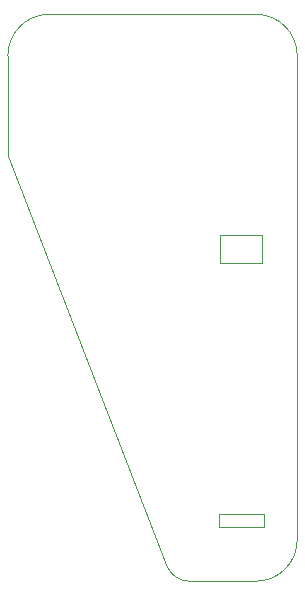
<source format=gbr>
%TF.GenerationSoftware,KiCad,Pcbnew,(6.0.7)*%
%TF.CreationDate,2023-05-28T21:31:41-04:00*%
%TF.ProjectId,kuc,6b75632e-6b69-4636-9164-5f7063625858,A*%
%TF.SameCoordinates,Original*%
%TF.FileFunction,Profile,NP*%
%FSLAX46Y46*%
G04 Gerber Fmt 4.6, Leading zero omitted, Abs format (unit mm)*
G04 Created by KiCad (PCBNEW (6.0.7)) date 2023-05-28 21:31:41*
%MOMM*%
%LPD*%
G01*
G04 APERTURE LIST*
%TA.AperFunction,Profile*%
%ADD10C,0.100000*%
%TD*%
%TA.AperFunction,Profile*%
%ADD11C,0.120000*%
%TD*%
G04 APERTURE END LIST*
D10*
X169750000Y-127250000D02*
X169750000Y-86250000D01*
X158761710Y-129537839D02*
G75*
G03*
X160600000Y-130750000I1838290J787839D01*
G01*
X166250000Y-82750000D02*
X148750000Y-82750000D01*
X148750000Y-82750000D02*
G75*
G03*
X145250000Y-86250000I0J-3500000D01*
G01*
X166250000Y-130750000D02*
G75*
G03*
X169750000Y-127250000I0J3500000D01*
G01*
X145250000Y-94750000D02*
X158761710Y-129537839D01*
X166250000Y-130750000D02*
X160600000Y-130750000D01*
X145250000Y-86250000D02*
X145250000Y-94750000D01*
X169750000Y-86250000D02*
G75*
G03*
X166250000Y-82750000I-3500000J0D01*
G01*
D11*
%TO.C,J2*%
X166900000Y-125100000D02*
X163100000Y-125100000D01*
X163100000Y-125100000D02*
X163100000Y-126200000D01*
X163100000Y-126200000D02*
X166900000Y-126200000D01*
X166900000Y-126200000D02*
X166900000Y-125100000D01*
X166800000Y-101450000D02*
X163200000Y-101450000D01*
X163200000Y-101450000D02*
X163200000Y-103800000D01*
X163200000Y-103800000D02*
X166800000Y-103800000D01*
X166800000Y-103800000D02*
X166800000Y-101450000D01*
%TD*%
M02*

</source>
